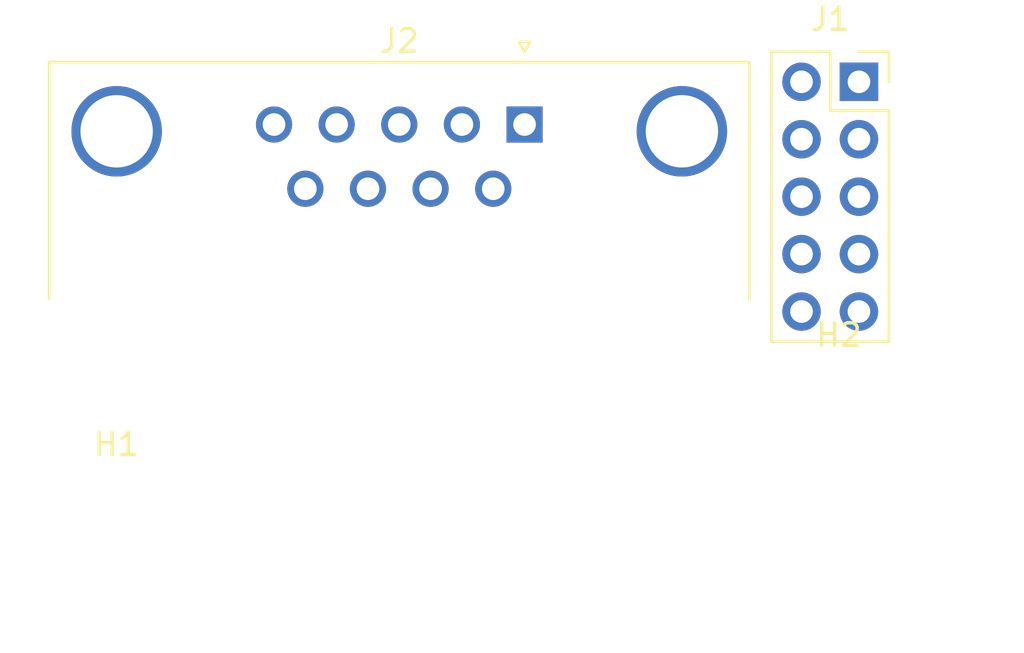
<source format=kicad_pcb>
(kicad_pcb (version 20171130) (host pcbnew 5.0.2-bee76a0~70~ubuntu16.04.1)

  (general
    (thickness 1.6)
    (drawings 0)
    (tracks 0)
    (zones 0)
    (modules 4)
    (nets 11)
  )

  (page A4)
  (layers
    (0 F.Cu signal)
    (31 B.Cu signal)
    (32 B.Adhes user)
    (33 F.Adhes user)
    (34 B.Paste user)
    (35 F.Paste user)
    (36 B.SilkS user)
    (37 F.SilkS user)
    (38 B.Mask user)
    (39 F.Mask user)
    (40 Dwgs.User user)
    (41 Cmts.User user)
    (42 Eco1.User user)
    (43 Eco2.User user)
    (44 Edge.Cuts user)
    (45 Margin user)
    (46 B.CrtYd user)
    (47 F.CrtYd user)
    (48 B.Fab user)
    (49 F.Fab user)
  )

  (setup
    (last_trace_width 0.25)
    (trace_clearance 0.2)
    (zone_clearance 0.508)
    (zone_45_only no)
    (trace_min 0.2)
    (segment_width 0.2)
    (edge_width 0.15)
    (via_size 0.8)
    (via_drill 0.4)
    (via_min_size 0.4)
    (via_min_drill 0.3)
    (uvia_size 0.3)
    (uvia_drill 0.1)
    (uvias_allowed no)
    (uvia_min_size 0.2)
    (uvia_min_drill 0.1)
    (pcb_text_width 0.3)
    (pcb_text_size 1.5 1.5)
    (mod_edge_width 0.15)
    (mod_text_size 1 1)
    (mod_text_width 0.15)
    (pad_size 1.524 1.524)
    (pad_drill 0.762)
    (pad_to_mask_clearance 0.051)
    (solder_mask_min_width 0.25)
    (aux_axis_origin 0 0)
    (visible_elements FFFFFF7F)
    (pcbplotparams
      (layerselection 0x010fc_ffffffff)
      (usegerberextensions false)
      (usegerberattributes false)
      (usegerberadvancedattributes false)
      (creategerberjobfile false)
      (excludeedgelayer true)
      (linewidth 0.100000)
      (plotframeref false)
      (viasonmask false)
      (mode 1)
      (useauxorigin false)
      (hpglpennumber 1)
      (hpglpenspeed 20)
      (hpglpendiameter 15.000000)
      (psnegative false)
      (psa4output false)
      (plotreference true)
      (plotvalue true)
      (plotinvisibletext false)
      (padsonsilk false)
      (subtractmaskfromsilk false)
      (outputformat 1)
      (mirror false)
      (drillshape 1)
      (scaleselection 1)
      (outputdirectory ""))
  )

  (net 0 "")
  (net 1 1)
  (net 2 2)
  (net 3 3)
  (net 4 4)
  (net 5 5)
  (net 6 6)
  (net 7 7)
  (net 8 8)
  (net 9 9)
  (net 10 "Net-(J1-Pad10)")

  (net_class Default "This is the default net class."
    (clearance 0.2)
    (trace_width 0.25)
    (via_dia 0.8)
    (via_drill 0.4)
    (uvia_dia 0.3)
    (uvia_drill 0.1)
    (add_net 1)
    (add_net 2)
    (add_net 3)
    (add_net 4)
    (add_net 5)
    (add_net 6)
    (add_net 7)
    (add_net 8)
    (add_net 9)
    (add_net "Net-(J1-Pad10)")
  )

  (module MountingHole:MountingHole_3.2mm_M3 (layer F.Cu) (tedit 56D1B4CB) (tstamp 5E8B311F)
    (at 138.425201 85.783601)
    (descr "Mounting Hole 3.2mm, no annular, M3")
    (tags "mounting hole 3.2mm no annular m3")
    (path /5E6AE477)
    (attr virtual)
    (fp_text reference H1 (at 0 -4.2) (layer F.SilkS)
      (effects (font (size 1 1) (thickness 0.15)))
    )
    (fp_text value MountingHole (at 0 4.2) (layer F.Fab)
      (effects (font (size 1 1) (thickness 0.15)))
    )
    (fp_text user %R (at 0.3 0) (layer F.Fab)
      (effects (font (size 1 1) (thickness 0.15)))
    )
    (fp_circle (center 0 0) (end 3.2 0) (layer Cmts.User) (width 0.15))
    (fp_circle (center 0 0) (end 3.45 0) (layer F.CrtYd) (width 0.05))
    (pad 1 np_thru_hole circle (at 0 0) (size 3.2 3.2) (drill 3.2) (layers *.Cu *.Mask))
  )

  (module MountingHole:MountingHole_3.2mm_M3 (layer F.Cu) (tedit 56D1B4CB) (tstamp 5E8B3127)
    (at 170.375201 80.953601)
    (descr "Mounting Hole 3.2mm, no annular, M3")
    (tags "mounting hole 3.2mm no annular m3")
    (path /5E6AE4C4)
    (attr virtual)
    (fp_text reference H2 (at 0 -4.2) (layer F.SilkS)
      (effects (font (size 1 1) (thickness 0.15)))
    )
    (fp_text value MountingHole (at 0 4.2) (layer F.Fab)
      (effects (font (size 1 1) (thickness 0.15)))
    )
    (fp_circle (center 0 0) (end 3.45 0) (layer F.CrtYd) (width 0.05))
    (fp_circle (center 0 0) (end 3.2 0) (layer Cmts.User) (width 0.15))
    (fp_text user %R (at 0.3 0) (layer F.Fab)
      (effects (font (size 1 1) (thickness 0.15)))
    )
    (pad 1 np_thru_hole circle (at 0 0) (size 3.2 3.2) (drill 3.2) (layers *.Cu *.Mask))
  )

  (module Connector_PinSocket_2.54mm:PinSocket_2x05_P2.54mm_Vertical (layer F.Cu) (tedit 5A19A42B) (tstamp 5E8B3147)
    (at 171.265201 65.553601)
    (descr "Through hole straight socket strip, 2x05, 2.54mm pitch, double cols (from Kicad 4.0.7), script generated")
    (tags "Through hole socket strip THT 2x05 2.54mm double row")
    (path /5E6AE3EF)
    (fp_text reference J1 (at -1.27 -2.77) (layer F.SilkS)
      (effects (font (size 1 1) (thickness 0.15)))
    )
    (fp_text value Conn_02x05_Odd_Even (at -1.27 12.93) (layer F.Fab)
      (effects (font (size 1 1) (thickness 0.15)))
    )
    (fp_line (start -3.81 -1.27) (end 0.27 -1.27) (layer F.Fab) (width 0.1))
    (fp_line (start 0.27 -1.27) (end 1.27 -0.27) (layer F.Fab) (width 0.1))
    (fp_line (start 1.27 -0.27) (end 1.27 11.43) (layer F.Fab) (width 0.1))
    (fp_line (start 1.27 11.43) (end -3.81 11.43) (layer F.Fab) (width 0.1))
    (fp_line (start -3.81 11.43) (end -3.81 -1.27) (layer F.Fab) (width 0.1))
    (fp_line (start -3.87 -1.33) (end -1.27 -1.33) (layer F.SilkS) (width 0.12))
    (fp_line (start -3.87 -1.33) (end -3.87 11.49) (layer F.SilkS) (width 0.12))
    (fp_line (start -3.87 11.49) (end 1.33 11.49) (layer F.SilkS) (width 0.12))
    (fp_line (start 1.33 1.27) (end 1.33 11.49) (layer F.SilkS) (width 0.12))
    (fp_line (start -1.27 1.27) (end 1.33 1.27) (layer F.SilkS) (width 0.12))
    (fp_line (start -1.27 -1.33) (end -1.27 1.27) (layer F.SilkS) (width 0.12))
    (fp_line (start 1.33 -1.33) (end 1.33 0) (layer F.SilkS) (width 0.12))
    (fp_line (start 0 -1.33) (end 1.33 -1.33) (layer F.SilkS) (width 0.12))
    (fp_line (start -4.34 -1.8) (end 1.76 -1.8) (layer F.CrtYd) (width 0.05))
    (fp_line (start 1.76 -1.8) (end 1.76 11.9) (layer F.CrtYd) (width 0.05))
    (fp_line (start 1.76 11.9) (end -4.34 11.9) (layer F.CrtYd) (width 0.05))
    (fp_line (start -4.34 11.9) (end -4.34 -1.8) (layer F.CrtYd) (width 0.05))
    (fp_text user %R (at -1.27 5.08 90) (layer F.Fab)
      (effects (font (size 1 1) (thickness 0.15)))
    )
    (pad 1 thru_hole rect (at 0 0) (size 1.7 1.7) (drill 1) (layers *.Cu *.Mask)
      (net 1 1))
    (pad 2 thru_hole oval (at -2.54 0) (size 1.7 1.7) (drill 1) (layers *.Cu *.Mask)
      (net 2 2))
    (pad 3 thru_hole oval (at 0 2.54) (size 1.7 1.7) (drill 1) (layers *.Cu *.Mask)
      (net 3 3))
    (pad 4 thru_hole oval (at -2.54 2.54) (size 1.7 1.7) (drill 1) (layers *.Cu *.Mask)
      (net 4 4))
    (pad 5 thru_hole oval (at 0 5.08) (size 1.7 1.7) (drill 1) (layers *.Cu *.Mask)
      (net 5 5))
    (pad 6 thru_hole oval (at -2.54 5.08) (size 1.7 1.7) (drill 1) (layers *.Cu *.Mask)
      (net 6 6))
    (pad 7 thru_hole oval (at 0 7.62) (size 1.7 1.7) (drill 1) (layers *.Cu *.Mask)
      (net 7 7))
    (pad 8 thru_hole oval (at -2.54 7.62) (size 1.7 1.7) (drill 1) (layers *.Cu *.Mask)
      (net 8 8))
    (pad 9 thru_hole oval (at 0 10.16) (size 1.7 1.7) (drill 1) (layers *.Cu *.Mask)
      (net 9 9))
    (pad 10 thru_hole oval (at -2.54 10.16) (size 1.7 1.7) (drill 1) (layers *.Cu *.Mask)
      (net 10 "Net-(J1-Pad10)"))
    (model ${KISYS3DMOD}/Connector_PinSocket_2.54mm.3dshapes/PinSocket_2x05_P2.54mm_Vertical.wrl
      (at (xyz 0 0 0))
      (scale (xyz 1 1 1))
      (rotate (xyz 0 0 0))
    )
  )

  (module Connector_Dsub:DSUB-9_Female_Horizontal_P2.77x2.84mm_EdgePinOffset4.94mm_Housed_MountingHolesOffset7.48mm (layer F.Cu) (tedit 59FEDEE2) (tstamp 5E8B317B)
    (at 156.475201 67.442939)
    (descr "9-pin D-Sub connector, horizontal/angled (90 deg), THT-mount, female, pitch 2.77x2.84mm, pin-PCB-offset 4.9399999999999995mm, distance of mounting holes 25mm, distance of mounting holes to PCB edge 7.4799999999999995mm, see https://disti-assets.s3.amazonaws.com/tonar/files/datasheets/16730.pdf")
    (tags "9-pin D-Sub connector horizontal angled 90deg THT female pitch 2.77x2.84mm pin-PCB-offset 4.9399999999999995mm mounting-holes-distance 25mm mounting-hole-offset 25mm")
    (path /5E6AE526)
    (fp_text reference J2 (at -5.54 -3.7) (layer F.SilkS)
      (effects (font (size 1 1) (thickness 0.15)))
    )
    (fp_text value DB9_Female (at -5.54 15.85) (layer F.Fab)
      (effects (font (size 1 1) (thickness 0.15)))
    )
    (fp_arc (start -18.04 0.3) (end -19.64 0.3) (angle 180) (layer F.Fab) (width 0.1))
    (fp_arc (start 6.96 0.3) (end 5.36 0.3) (angle 180) (layer F.Fab) (width 0.1))
    (fp_line (start -20.965 -2.7) (end -20.965 7.78) (layer F.Fab) (width 0.1))
    (fp_line (start -20.965 7.78) (end 9.885 7.78) (layer F.Fab) (width 0.1))
    (fp_line (start 9.885 7.78) (end 9.885 -2.7) (layer F.Fab) (width 0.1))
    (fp_line (start 9.885 -2.7) (end -20.965 -2.7) (layer F.Fab) (width 0.1))
    (fp_line (start -20.965 7.78) (end -20.965 8.18) (layer F.Fab) (width 0.1))
    (fp_line (start -20.965 8.18) (end 9.885 8.18) (layer F.Fab) (width 0.1))
    (fp_line (start 9.885 8.18) (end 9.885 7.78) (layer F.Fab) (width 0.1))
    (fp_line (start 9.885 7.78) (end -20.965 7.78) (layer F.Fab) (width 0.1))
    (fp_line (start -13.69 8.18) (end -13.69 14.35) (layer F.Fab) (width 0.1))
    (fp_line (start -13.69 14.35) (end 2.61 14.35) (layer F.Fab) (width 0.1))
    (fp_line (start 2.61 14.35) (end 2.61 8.18) (layer F.Fab) (width 0.1))
    (fp_line (start 2.61 8.18) (end -13.69 8.18) (layer F.Fab) (width 0.1))
    (fp_line (start -20.54 8.18) (end -20.54 13.18) (layer F.Fab) (width 0.1))
    (fp_line (start -20.54 13.18) (end -15.54 13.18) (layer F.Fab) (width 0.1))
    (fp_line (start -15.54 13.18) (end -15.54 8.18) (layer F.Fab) (width 0.1))
    (fp_line (start -15.54 8.18) (end -20.54 8.18) (layer F.Fab) (width 0.1))
    (fp_line (start 4.46 8.18) (end 4.46 13.18) (layer F.Fab) (width 0.1))
    (fp_line (start 4.46 13.18) (end 9.46 13.18) (layer F.Fab) (width 0.1))
    (fp_line (start 9.46 13.18) (end 9.46 8.18) (layer F.Fab) (width 0.1))
    (fp_line (start 9.46 8.18) (end 4.46 8.18) (layer F.Fab) (width 0.1))
    (fp_line (start -19.64 7.78) (end -19.64 0.3) (layer F.Fab) (width 0.1))
    (fp_line (start -16.44 7.78) (end -16.44 0.3) (layer F.Fab) (width 0.1))
    (fp_line (start 5.36 7.78) (end 5.36 0.3) (layer F.Fab) (width 0.1))
    (fp_line (start 8.56 7.78) (end 8.56 0.3) (layer F.Fab) (width 0.1))
    (fp_line (start -21.025 7.72) (end -21.025 -2.76) (layer F.SilkS) (width 0.12))
    (fp_line (start -21.025 -2.76) (end 9.945 -2.76) (layer F.SilkS) (width 0.12))
    (fp_line (start 9.945 -2.76) (end 9.945 7.72) (layer F.SilkS) (width 0.12))
    (fp_line (start -0.25 -3.654338) (end 0.25 -3.654338) (layer F.SilkS) (width 0.12))
    (fp_line (start 0.25 -3.654338) (end 0 -3.221325) (layer F.SilkS) (width 0.12))
    (fp_line (start 0 -3.221325) (end -0.25 -3.654338) (layer F.SilkS) (width 0.12))
    (fp_line (start -21.5 -3.25) (end -21.5 14.85) (layer F.CrtYd) (width 0.05))
    (fp_line (start -21.5 14.85) (end 10.4 14.85) (layer F.CrtYd) (width 0.05))
    (fp_line (start 10.4 14.85) (end 10.4 -3.25) (layer F.CrtYd) (width 0.05))
    (fp_line (start 10.4 -3.25) (end -21.5 -3.25) (layer F.CrtYd) (width 0.05))
    (fp_text user %R (at -5.54 11.265) (layer F.Fab)
      (effects (font (size 1 1) (thickness 0.15)))
    )
    (pad 1 thru_hole rect (at 0 0) (size 1.6 1.6) (drill 1) (layers *.Cu *.Mask)
      (net 1 1))
    (pad 2 thru_hole circle (at -2.77 0) (size 1.6 1.6) (drill 1) (layers *.Cu *.Mask)
      (net 2 2))
    (pad 3 thru_hole circle (at -5.54 0) (size 1.6 1.6) (drill 1) (layers *.Cu *.Mask)
      (net 3 3))
    (pad 4 thru_hole circle (at -8.31 0) (size 1.6 1.6) (drill 1) (layers *.Cu *.Mask)
      (net 4 4))
    (pad 5 thru_hole circle (at -11.08 0) (size 1.6 1.6) (drill 1) (layers *.Cu *.Mask)
      (net 5 5))
    (pad 6 thru_hole circle (at -1.385 2.84) (size 1.6 1.6) (drill 1) (layers *.Cu *.Mask)
      (net 6 6))
    (pad 7 thru_hole circle (at -4.155 2.84) (size 1.6 1.6) (drill 1) (layers *.Cu *.Mask)
      (net 7 7))
    (pad 8 thru_hole circle (at -6.925 2.84) (size 1.6 1.6) (drill 1) (layers *.Cu *.Mask)
      (net 8 8))
    (pad 9 thru_hole circle (at -9.695 2.84) (size 1.6 1.6) (drill 1) (layers *.Cu *.Mask)
      (net 9 9))
    (pad 0 thru_hole circle (at -18.04 0.3) (size 4 4) (drill 3.2) (layers *.Cu *.Mask))
    (pad 0 thru_hole circle (at 6.96 0.3) (size 4 4) (drill 3.2) (layers *.Cu *.Mask))
    (model ${KISYS3DMOD}/Connector_Dsub.3dshapes/DSUB-9_Female_Horizontal_P2.77x2.84mm_EdgePinOffset4.94mm_Housed_MountingHolesOffset7.48mm.wrl
      (at (xyz 0 0 0))
      (scale (xyz 1 1 1))
      (rotate (xyz 0 0 0))
    )
  )

)

</source>
